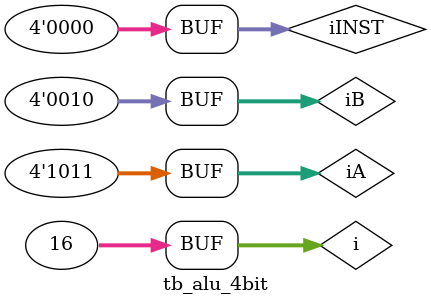
<source format=v>
`timescale  1ns/10ps

module  tb_alu_4bit;
     reg      [3:0] iA, iB, iINST;
     wire     [7:0] oRESULT;
     integer  i;   // i¸¦ Á¤¼öÇü º¯¼ö·Î ¼±¾ð
     // °ËÁõÇÒ ¸ðµâ(alu)À» ÀÌ¸§¿¡ ÀÇÇÑ Æ÷Æ® ¸ÊÇÎÀ» »ç¿ëÇÏ¿© ÀÎ½ºÅÏ½ºÈ­
     alu_4bit U0 (
          .iA       (iA),        // 4ºñÆ® ÀÔ·Â
          .iB       (iB),        // 4ºñÆ® ÀÔ·Â
          .iINST    (iINST),     // 4ºñÆ® ¸í·É¾î
          .oRESULT  (oRESULT));  // 8ºñÆ® ¿¬»ê °á°ú
     // ÀÔ·Â½ÅÈ£¸¦ »ý¼º
     initial begin
          iA = 4'hb; iB= 4'h2;  // ÀÔ·ÂÀº ºÎÈ£¾ø´Â 2Áø¼ö·Î iA = 1011, iB= 0010
          iINST= 4'h0;          // ¸í·É¾îÀÇ ÃÊ±â°ªÀ» iINST= 0000À¸·Î ¼³Á¤
          for (i= 0; i<= 15; i= i+ 1) begin
               #100; iINST= iINST+ 1;  // (i<= 15)ÀÌ trueÀÌ¸é iINST¸¦ 1¾¿ Áõ°¡
          end
     end    
endmodule

</source>
